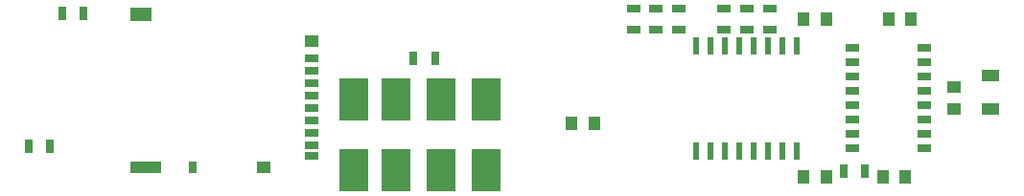
<source format=gbr>
G04 #@! TF.FileFunction,Paste,Bot*
%FSLAX46Y46*%
G04 Gerber Fmt 4.6, Leading zero omitted, Abs format (unit mm)*
G04 Created by KiCad (PCBNEW 4.0.7) date 01/21/18 20:54:21*
%MOMM*%
%LPD*%
G01*
G04 APERTURE LIST*
%ADD10C,0.100000*%
%ADD11R,1.000000X1.250000*%
%ADD12R,2.500000X3.750000*%
%ADD13R,1.250000X1.000000*%
%ADD14R,1.300000X0.800000*%
%ADD15R,1.600000X1.000000*%
%ADD16R,1.200000X0.700000*%
%ADD17R,1.200000X1.000000*%
%ADD18R,0.800000X1.000000*%
%ADD19R,2.800000X1.000000*%
%ADD20R,1.900000X1.300000*%
%ADD21R,0.700000X1.300000*%
%ADD22R,1.300000X0.700000*%
%ADD23R,0.600000X1.500000*%
G04 APERTURE END LIST*
D10*
D11*
X148500000Y-46250000D03*
X150500000Y-46250000D03*
X169000000Y-51000000D03*
X171000000Y-51000000D03*
X178000000Y-51000000D03*
X176000000Y-51000000D03*
D12*
X141000000Y-44125000D03*
X141000000Y-50375000D03*
X137000000Y-44125000D03*
X137000000Y-50375000D03*
X133000000Y-44125000D03*
X133000000Y-50375000D03*
D11*
X176500000Y-37000000D03*
X178500000Y-37000000D03*
X171000000Y-37000000D03*
X169000000Y-37000000D03*
D13*
X182250000Y-45000000D03*
X182250000Y-43000000D03*
D12*
X129250000Y-44125000D03*
X129250000Y-50375000D03*
D14*
X179650000Y-39550000D03*
X179650000Y-40830000D03*
X179650000Y-42090000D03*
X179650000Y-43360000D03*
X179650000Y-44640000D03*
X179650000Y-45910000D03*
X179650000Y-47170000D03*
X179650000Y-48450000D03*
X173350000Y-48450000D03*
X173350000Y-47170000D03*
X173350000Y-45910000D03*
X173350000Y-44640000D03*
X173350000Y-43360000D03*
X173350000Y-42090000D03*
X173350000Y-40830000D03*
X173350000Y-39550000D03*
D15*
X185500000Y-42000000D03*
X185500000Y-45000000D03*
D16*
X125600000Y-49150000D03*
X125600000Y-48200000D03*
X125600000Y-40500000D03*
X125600000Y-41600000D03*
X125600000Y-42700000D03*
X125600000Y-43800000D03*
X125600000Y-44900000D03*
X125600000Y-46000000D03*
X125600000Y-47100000D03*
D17*
X125600000Y-38950000D03*
X121300000Y-50100000D03*
D18*
X115100000Y-50100000D03*
D19*
X110950000Y-50100000D03*
D20*
X110500000Y-36600000D03*
D21*
X134550000Y-40500000D03*
X136450000Y-40500000D03*
X172550000Y-50500000D03*
X174450000Y-50500000D03*
D22*
X156000000Y-36050000D03*
X156000000Y-37950000D03*
D21*
X105450000Y-36500000D03*
X103550000Y-36500000D03*
X100550000Y-48250000D03*
X102450000Y-48250000D03*
D22*
X161998660Y-37950180D03*
X161998660Y-36050180D03*
X163997640Y-37950180D03*
X163997640Y-36050180D03*
X166000000Y-37950000D03*
X166000000Y-36050000D03*
X158000000Y-36050000D03*
X158000000Y-37950000D03*
X154000000Y-36050000D03*
X154000000Y-37950000D03*
D23*
X159555000Y-39350000D03*
X160825000Y-39350000D03*
X162095000Y-39350000D03*
X163365000Y-39350000D03*
X164635000Y-39350000D03*
X165905000Y-39350000D03*
X167175000Y-39350000D03*
X168445000Y-39350000D03*
X168445000Y-48650000D03*
X167175000Y-48650000D03*
X165905000Y-48650000D03*
X164635000Y-48650000D03*
X163365000Y-48650000D03*
X162095000Y-48650000D03*
X160825000Y-48650000D03*
X159555000Y-48650000D03*
M02*

</source>
